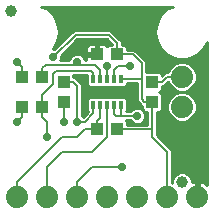
<source format=gtl>
G75*
%MOIN*%
%OFA0B0*%
%FSLAX25Y25*%
%IPPOS*%
%LPD*%
%AMOC8*
5,1,8,0,0,1.08239X$1,22.5*
%
%ADD10C,0.07400*%
%ADD11R,0.04331X0.03937*%
%ADD12R,0.03937X0.04331*%
%ADD13C,0.03937*%
%ADD14R,0.01575X0.02756*%
%ADD15R,0.09646X0.04331*%
%ADD16C,0.01000*%
%ADD17C,0.02900*%
%ADD18C,0.00700*%
D10*
X0143333Y0095000D03*
X0153333Y0095000D03*
X0163333Y0095000D03*
X0173333Y0095000D03*
X0183333Y0095000D03*
X0193333Y0095000D03*
X0203333Y0095000D03*
X0198333Y0125000D03*
X0198333Y0135000D03*
D11*
X0176680Y0142500D03*
X0169987Y0142500D03*
X0151680Y0135000D03*
X0144987Y0135000D03*
X0144987Y0125000D03*
X0151680Y0125000D03*
X0169987Y0117500D03*
X0176680Y0117500D03*
D12*
X0188333Y0126654D03*
X0188333Y0133346D03*
X0158833Y0133346D03*
X0158833Y0126654D03*
D13*
X0141333Y0157000D03*
X0198333Y0100000D03*
D14*
X0178058Y0125669D03*
X0175696Y0125669D03*
X0173333Y0125669D03*
X0170971Y0125669D03*
X0168609Y0125669D03*
X0168609Y0134331D03*
X0170971Y0134331D03*
X0173333Y0134331D03*
X0175696Y0134331D03*
X0178058Y0134331D03*
D15*
X0173333Y0130000D03*
D16*
X0167324Y0131753D02*
X0179342Y0131753D01*
X0180045Y0132456D01*
X0180045Y0132781D01*
X0183283Y0132781D01*
X0183283Y0126858D01*
X0184191Y0125950D01*
X0185038Y0125104D01*
X0185165Y0125104D01*
X0185165Y0123991D01*
X0185868Y0123288D01*
X0186783Y0123288D01*
X0186783Y0119050D01*
X0180045Y0119050D01*
X0180045Y0119966D01*
X0179561Y0120450D01*
X0181136Y0120450D01*
X0181832Y0119753D01*
X0182806Y0119350D01*
X0183860Y0119350D01*
X0184834Y0119753D01*
X0185580Y0120499D01*
X0185983Y0121473D01*
X0185983Y0122527D01*
X0185580Y0123501D01*
X0184834Y0124247D01*
X0183860Y0124650D01*
X0182806Y0124650D01*
X0181832Y0124247D01*
X0181136Y0123550D01*
X0179801Y0123550D01*
X0180045Y0123794D01*
X0180045Y0127544D01*
X0179342Y0128247D01*
X0167324Y0128247D01*
X0166622Y0127544D01*
X0166622Y0123794D01*
X0167029Y0123387D01*
X0165361Y0121720D01*
X0164883Y0122198D01*
X0164883Y0132642D01*
X0162629Y0134896D01*
X0162002Y0134896D01*
X0162002Y0135450D01*
X0166622Y0135450D01*
X0166622Y0132456D01*
X0167324Y0131753D01*
X0167140Y0131937D02*
X0164883Y0131937D01*
X0164883Y0130939D02*
X0183283Y0130939D01*
X0183283Y0131937D02*
X0179527Y0131937D01*
X0183283Y0129940D02*
X0164883Y0129940D01*
X0164883Y0128942D02*
X0183283Y0128942D01*
X0183283Y0127943D02*
X0179646Y0127943D01*
X0180045Y0126945D02*
X0183283Y0126945D01*
X0184195Y0125946D02*
X0180045Y0125946D01*
X0180045Y0124948D02*
X0185165Y0124948D01*
X0185132Y0123949D02*
X0185207Y0123949D01*
X0185808Y0122951D02*
X0186783Y0122951D01*
X0186783Y0121952D02*
X0185983Y0121952D01*
X0185768Y0120954D02*
X0186783Y0120954D01*
X0186783Y0119955D02*
X0185036Y0119955D01*
X0181630Y0119955D02*
X0180045Y0119955D01*
X0180045Y0123949D02*
X0181535Y0123949D01*
X0189883Y0123288D02*
X0190799Y0123288D01*
X0191502Y0123991D01*
X0191502Y0129316D01*
X0190818Y0130000D01*
X0191502Y0130684D01*
X0191502Y0131796D01*
X0192322Y0131796D01*
X0193761Y0133235D01*
X0194179Y0132224D01*
X0195558Y0130846D01*
X0197359Y0130100D01*
X0199308Y0130100D01*
X0201109Y0130846D01*
X0202487Y0132224D01*
X0203233Y0134025D01*
X0203233Y0135975D01*
X0202487Y0137776D01*
X0201109Y0139154D01*
X0199308Y0139900D01*
X0197359Y0139900D01*
X0195558Y0139154D01*
X0194179Y0137776D01*
X0193672Y0136550D01*
X0192691Y0136550D01*
X0191783Y0135642D01*
X0191502Y0135361D01*
X0191502Y0136009D01*
X0190799Y0136712D01*
X0186383Y0136712D01*
X0186383Y0140142D01*
X0182475Y0144050D01*
X0180045Y0144050D01*
X0180045Y0144966D01*
X0179342Y0145668D01*
X0178230Y0145668D01*
X0178230Y0146796D01*
X0177322Y0147704D01*
X0174475Y0150550D01*
X0162191Y0150550D01*
X0155791Y0144150D01*
X0155207Y0144150D01*
X0155256Y0144191D01*
X0155256Y0144191D01*
X0156826Y0146909D01*
X0157371Y0150000D01*
X0156826Y0153091D01*
X0155256Y0155809D01*
X0152852Y0157827D01*
X0151276Y0158400D01*
X0195390Y0158400D01*
X0193815Y0157827D01*
X0191410Y0155809D01*
X0189841Y0153091D01*
X0189841Y0153091D01*
X0189296Y0150000D01*
X0189841Y0146909D01*
X0191410Y0144191D01*
X0193815Y0142173D01*
X0196764Y0141100D01*
X0199903Y0141100D01*
X0202852Y0142173D01*
X0205256Y0144191D01*
X0205256Y0144191D01*
X0206733Y0146749D01*
X0206733Y0098954D01*
X0206721Y0098966D01*
X0206059Y0099447D01*
X0205329Y0099819D01*
X0204551Y0100072D01*
X0203833Y0100186D01*
X0203833Y0095500D01*
X0202833Y0095500D01*
X0202833Y0100186D01*
X0202116Y0100072D01*
X0201502Y0099872D01*
X0201502Y0100630D01*
X0201019Y0101795D01*
X0200128Y0102686D01*
X0198964Y0103168D01*
X0197703Y0103168D01*
X0196539Y0102686D01*
X0195647Y0101795D01*
X0195165Y0100630D01*
X0195165Y0099545D01*
X0194883Y0099662D01*
X0194883Y0110642D01*
X0189883Y0115642D01*
X0189883Y0123288D01*
X0189883Y0122951D02*
X0193878Y0122951D01*
X0194179Y0122224D02*
X0195558Y0120846D01*
X0197359Y0120100D01*
X0199308Y0120100D01*
X0201109Y0120846D01*
X0202487Y0122224D01*
X0203233Y0124025D01*
X0203233Y0125975D01*
X0202487Y0127776D01*
X0201109Y0129154D01*
X0199308Y0129900D01*
X0197359Y0129900D01*
X0195558Y0129154D01*
X0194179Y0127776D01*
X0193433Y0125975D01*
X0193433Y0124025D01*
X0194179Y0122224D01*
X0194451Y0121952D02*
X0189883Y0121952D01*
X0189883Y0120954D02*
X0195450Y0120954D01*
X0193465Y0123949D02*
X0191460Y0123949D01*
X0191502Y0124948D02*
X0193433Y0124948D01*
X0193433Y0125946D02*
X0191502Y0125946D01*
X0191502Y0126945D02*
X0193835Y0126945D01*
X0194347Y0127943D02*
X0191502Y0127943D01*
X0191502Y0128942D02*
X0195346Y0128942D01*
X0195465Y0130939D02*
X0191502Y0130939D01*
X0190877Y0129940D02*
X0206733Y0129940D01*
X0206733Y0128942D02*
X0201321Y0128942D01*
X0202320Y0127943D02*
X0206733Y0127943D01*
X0206733Y0126945D02*
X0202831Y0126945D01*
X0203233Y0125946D02*
X0206733Y0125946D01*
X0206733Y0124948D02*
X0203233Y0124948D01*
X0203202Y0123949D02*
X0206733Y0123949D01*
X0206733Y0122951D02*
X0202788Y0122951D01*
X0202215Y0121952D02*
X0206733Y0121952D01*
X0206733Y0120954D02*
X0201217Y0120954D01*
X0206733Y0119955D02*
X0189883Y0119955D01*
X0189883Y0118957D02*
X0206733Y0118957D01*
X0206733Y0117958D02*
X0189883Y0117958D01*
X0189883Y0116960D02*
X0206733Y0116960D01*
X0206733Y0115961D02*
X0189883Y0115961D01*
X0190563Y0114963D02*
X0206733Y0114963D01*
X0206733Y0113964D02*
X0191561Y0113964D01*
X0192560Y0112966D02*
X0206733Y0112966D01*
X0206733Y0111967D02*
X0193558Y0111967D01*
X0194557Y0110969D02*
X0206733Y0110969D01*
X0206733Y0109970D02*
X0194883Y0109970D01*
X0194883Y0108972D02*
X0206733Y0108972D01*
X0206733Y0107973D02*
X0194883Y0107973D01*
X0194883Y0106975D02*
X0206733Y0106975D01*
X0206733Y0105976D02*
X0194883Y0105976D01*
X0194883Y0104978D02*
X0206733Y0104978D01*
X0206733Y0103979D02*
X0194883Y0103979D01*
X0194883Y0102981D02*
X0197250Y0102981D01*
X0195835Y0101982D02*
X0194883Y0101982D01*
X0194883Y0100984D02*
X0195311Y0100984D01*
X0195165Y0099985D02*
X0194883Y0099985D01*
X0199417Y0102981D02*
X0206733Y0102981D01*
X0206733Y0101982D02*
X0200832Y0101982D01*
X0201355Y0100984D02*
X0206733Y0100984D01*
X0206733Y0099985D02*
X0204818Y0099985D01*
X0203833Y0099985D02*
X0202833Y0099985D01*
X0201848Y0099985D02*
X0201502Y0099985D01*
X0202833Y0098987D02*
X0203833Y0098987D01*
X0203833Y0097988D02*
X0202833Y0097988D01*
X0202833Y0096990D02*
X0203833Y0096990D01*
X0203833Y0095991D02*
X0202833Y0095991D01*
X0206693Y0098987D02*
X0206733Y0098987D01*
X0166592Y0122951D02*
X0164883Y0122951D01*
X0164883Y0123949D02*
X0166622Y0123949D01*
X0166622Y0124948D02*
X0164883Y0124948D01*
X0164883Y0125946D02*
X0166622Y0125946D01*
X0166622Y0126945D02*
X0164883Y0126945D01*
X0164883Y0127943D02*
X0167021Y0127943D01*
X0166622Y0132936D02*
X0164589Y0132936D01*
X0163591Y0133934D02*
X0166622Y0133934D01*
X0166622Y0134933D02*
X0162002Y0134933D01*
X0160693Y0140550D02*
X0157808Y0140550D01*
X0157983Y0140973D01*
X0157983Y0141958D01*
X0163475Y0147450D01*
X0173191Y0147450D01*
X0174973Y0145668D01*
X0174017Y0145668D01*
X0173494Y0145145D01*
X0173353Y0145390D01*
X0173073Y0145669D01*
X0172731Y0145866D01*
X0172350Y0145968D01*
X0170471Y0145968D01*
X0170471Y0142984D01*
X0169503Y0142984D01*
X0169503Y0142016D01*
X0166322Y0142016D01*
X0166322Y0140550D01*
X0165974Y0140550D01*
X0165580Y0141501D01*
X0164834Y0142247D01*
X0163860Y0142650D01*
X0162806Y0142650D01*
X0161832Y0142247D01*
X0161087Y0141501D01*
X0160693Y0140550D01*
X0160848Y0140924D02*
X0157963Y0140924D01*
X0157983Y0141923D02*
X0161508Y0141923D01*
X0159945Y0143920D02*
X0166322Y0143920D01*
X0166322Y0144666D02*
X0166322Y0142984D01*
X0169503Y0142984D01*
X0169503Y0145968D01*
X0167624Y0145968D01*
X0167243Y0145866D01*
X0166900Y0145669D01*
X0166621Y0145390D01*
X0166424Y0145047D01*
X0166322Y0144666D01*
X0166389Y0144918D02*
X0160943Y0144918D01*
X0161942Y0145917D02*
X0167431Y0145917D01*
X0169503Y0145917D02*
X0170471Y0145917D01*
X0170471Y0144918D02*
X0169503Y0144918D01*
X0169503Y0143920D02*
X0170471Y0143920D01*
X0169503Y0142921D02*
X0158946Y0142921D01*
X0156559Y0144918D02*
X0155676Y0144918D01*
X0155256Y0144191D02*
X0155256Y0144191D01*
X0156253Y0145917D02*
X0157558Y0145917D01*
X0156826Y0146909D02*
X0156826Y0146909D01*
X0156827Y0146915D02*
X0158556Y0146915D01*
X0159555Y0147914D02*
X0157003Y0147914D01*
X0157179Y0148912D02*
X0160553Y0148912D01*
X0161552Y0149911D02*
X0157355Y0149911D01*
X0157371Y0150000D02*
X0157371Y0150000D01*
X0157210Y0150909D02*
X0189456Y0150909D01*
X0189296Y0150000D02*
X0189296Y0150000D01*
X0189312Y0149911D02*
X0175115Y0149911D01*
X0176113Y0148912D02*
X0189488Y0148912D01*
X0189664Y0147914D02*
X0177112Y0147914D01*
X0178110Y0146915D02*
X0189840Y0146915D01*
X0189841Y0146909D02*
X0189841Y0146909D01*
X0190414Y0145917D02*
X0178230Y0145917D01*
X0180045Y0144918D02*
X0190991Y0144918D01*
X0191410Y0144191D02*
X0191410Y0144191D01*
X0191734Y0143920D02*
X0182606Y0143920D01*
X0183604Y0142921D02*
X0192924Y0142921D01*
X0193815Y0142173D02*
X0193815Y0142173D01*
X0194504Y0141923D02*
X0184603Y0141923D01*
X0185601Y0140924D02*
X0206733Y0140924D01*
X0206733Y0139926D02*
X0186383Y0139926D01*
X0186383Y0138927D02*
X0195331Y0138927D01*
X0194332Y0137929D02*
X0186383Y0137929D01*
X0186383Y0136930D02*
X0193829Y0136930D01*
X0192073Y0135932D02*
X0191502Y0135932D01*
X0193461Y0132936D02*
X0193885Y0132936D01*
X0194466Y0131937D02*
X0192463Y0131937D01*
X0201202Y0130939D02*
X0206733Y0130939D01*
X0206733Y0131937D02*
X0202200Y0131937D01*
X0202782Y0132936D02*
X0206733Y0132936D01*
X0206733Y0133934D02*
X0203196Y0133934D01*
X0203233Y0134933D02*
X0206733Y0134933D01*
X0206733Y0135932D02*
X0203233Y0135932D01*
X0202838Y0136930D02*
X0206733Y0136930D01*
X0206733Y0137929D02*
X0202334Y0137929D01*
X0201336Y0138927D02*
X0206733Y0138927D01*
X0206733Y0141923D02*
X0202163Y0141923D01*
X0202852Y0142173D02*
X0202852Y0142173D01*
X0203743Y0142921D02*
X0206733Y0142921D01*
X0206733Y0143920D02*
X0204933Y0143920D01*
X0205256Y0144191D02*
X0205256Y0144191D01*
X0205676Y0144918D02*
X0206733Y0144918D01*
X0206733Y0145917D02*
X0206253Y0145917D01*
X0192711Y0156900D02*
X0153956Y0156900D01*
X0152852Y0157827D02*
X0152852Y0157827D01*
X0152653Y0157899D02*
X0194013Y0157899D01*
X0191521Y0155902D02*
X0155146Y0155902D01*
X0155256Y0155809D02*
X0155256Y0155809D01*
X0155779Y0154903D02*
X0190887Y0154903D01*
X0191410Y0155809D02*
X0191410Y0155809D01*
X0191410Y0155809D01*
X0190311Y0153905D02*
X0156356Y0153905D01*
X0156826Y0153091D02*
X0156826Y0153091D01*
X0156858Y0152906D02*
X0189808Y0152906D01*
X0189632Y0151908D02*
X0157034Y0151908D01*
X0162941Y0146915D02*
X0173726Y0146915D01*
X0174725Y0145917D02*
X0172543Y0145917D01*
X0166322Y0141923D02*
X0165158Y0141923D01*
X0165819Y0140924D02*
X0166322Y0140924D01*
X0165594Y0121952D02*
X0165129Y0121952D01*
D17*
X0163333Y0120000D03*
X0158833Y0120000D03*
X0153333Y0115000D03*
X0143333Y0120000D03*
X0143333Y0140000D03*
X0155333Y0141500D03*
X0163333Y0140000D03*
X0163333Y0144000D03*
X0173333Y0138500D03*
X0180833Y0138500D03*
X0188333Y0142500D03*
X0181333Y0130000D03*
X0183333Y0122000D03*
X0178333Y0105000D03*
D18*
X0168333Y0105000D01*
X0163333Y0100000D01*
X0163333Y0095000D01*
X0153333Y0095000D02*
X0153333Y0105000D01*
X0158333Y0110000D01*
X0168333Y0110000D01*
X0173333Y0115000D01*
X0173333Y0125669D01*
X0170971Y0125669D02*
X0170971Y0121138D01*
X0169987Y0120154D01*
X0169987Y0117500D01*
X0165833Y0117500D01*
X0163333Y0115000D01*
X0158333Y0115000D01*
X0143333Y0100000D01*
X0143333Y0095000D01*
X0153333Y0115000D02*
X0153333Y0120000D01*
X0151680Y0121654D01*
X0151680Y0125000D01*
X0151680Y0128846D01*
X0155333Y0132500D01*
X0155333Y0136000D01*
X0156333Y0137000D01*
X0167833Y0137000D01*
X0168609Y0136224D01*
X0168609Y0134331D01*
X0170971Y0134331D02*
X0170971Y0137362D01*
X0169333Y0139000D01*
X0164333Y0139000D01*
X0163333Y0140000D01*
X0162333Y0139000D01*
X0152833Y0139000D01*
X0151680Y0137846D01*
X0151680Y0135000D01*
X0158833Y0133346D02*
X0161987Y0133346D01*
X0163333Y0132000D01*
X0163333Y0120000D01*
X0165833Y0120000D01*
X0168609Y0122776D01*
X0168609Y0125669D01*
X0175696Y0125669D02*
X0175696Y0122638D01*
X0176333Y0122000D01*
X0178333Y0122000D01*
X0178058Y0122276D01*
X0178058Y0125669D01*
X0184833Y0127500D02*
X0184833Y0134500D01*
X0184664Y0134331D01*
X0178058Y0134331D01*
X0175696Y0134331D02*
X0175696Y0137362D01*
X0176833Y0138500D01*
X0180833Y0138500D01*
X0184833Y0139500D02*
X0181833Y0142500D01*
X0176680Y0142500D01*
X0176680Y0146154D01*
X0173833Y0149000D01*
X0162833Y0149000D01*
X0155333Y0141500D01*
X0144987Y0138346D02*
X0144987Y0135000D01*
X0144987Y0138346D02*
X0143333Y0140000D01*
X0158833Y0126654D02*
X0158833Y0120000D01*
X0144987Y0121654D02*
X0143333Y0120000D01*
X0144987Y0121654D02*
X0144987Y0125000D01*
X0173333Y0134331D02*
X0173333Y0138500D01*
X0184833Y0139500D02*
X0184833Y0134500D01*
X0188333Y0133346D02*
X0191680Y0133346D01*
X0193333Y0135000D01*
X0198333Y0135000D01*
X0188333Y0126654D02*
X0185680Y0126654D01*
X0184833Y0127500D01*
X0188333Y0126654D02*
X0188333Y0117500D01*
X0176680Y0117500D01*
X0178333Y0122000D02*
X0183333Y0122000D01*
X0188333Y0117500D02*
X0188333Y0115000D01*
X0193333Y0110000D01*
X0193333Y0095000D01*
M02*

</source>
